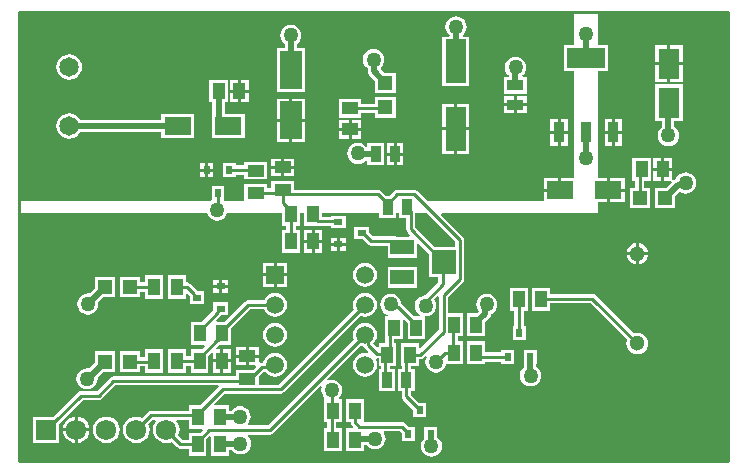
<source format=gtl>
G04*
G04 #@! TF.GenerationSoftware,Altium Limited,Altium Designer,20.2.7 (254)*
G04*
G04 Layer_Physical_Order=1*
G04 Layer_Color=255*
%FSLAX43Y43*%
%MOMM*%
G71*
G04*
G04 #@! TF.SameCoordinates,D7959DAF-34B1-44DD-8309-E4C0A0F03333*
G04*
G04*
G04 #@! TF.FilePolarity,Positive*
G04*
G01*
G75*
%ADD16C,0.254*%
%ADD17R,0.910X1.390*%
%ADD18R,2.000X1.300*%
%ADD19R,2.000X2.000*%
%ADD20R,1.200X1.200*%
%ADD21R,1.100X1.400*%
%ADD22R,2.250X1.500*%
%ADD23R,3.200X1.750*%
%ADD24R,0.950X1.750*%
%ADD25R,0.600X0.700*%
%ADD26R,1.000X1.450*%
%ADD27R,1.450X1.000*%
%ADD29R,0.737X0.559*%
%ADD30R,0.559X0.737*%
%ADD31R,1.800X3.700*%
%ADD32R,1.390X0.910*%
%ADD33R,1.800X2.600*%
%ADD34R,1.850X3.200*%
%ADD35R,1.200X1.200*%
%ADD36R,1.400X1.100*%
%ADD37R,2.300X1.550*%
%ADD62R,0.700X0.600*%
%ADD63C,0.508*%
%ADD64C,1.500*%
%ADD65R,1.500X1.500*%
%ADD66C,1.300*%
%ADD67C,1.650*%
%ADD68R,1.725X1.725*%
%ADD69C,1.725*%
%ADD70C,1.270*%
G36*
X47000Y38000D02*
Y35279D01*
X46146D01*
Y33021D01*
X47000D01*
Y23962D01*
X45902D01*
Y22958D01*
X45775D01*
Y22831D01*
X44396D01*
Y22000D01*
X34583D01*
X33708Y22875D01*
X33581Y22959D01*
X33433Y22989D01*
X32016D01*
X31867Y22959D01*
X31741Y22875D01*
X31340Y22474D01*
X31020D01*
X30621Y22873D01*
X30495Y22957D01*
X30346Y22987D01*
X23296D01*
Y23726D01*
X21338D01*
Y23096D01*
X20992D01*
Y23462D01*
X19034D01*
Y22000D01*
X17463D01*
X17355Y22045D01*
Y23290D01*
X16288D01*
Y22118D01*
X16179Y22000D01*
X0D01*
Y38000D01*
X47000Y38000D01*
D02*
G37*
G36*
X60000Y0D02*
X0D01*
Y21000D01*
X15904D01*
X15983Y20810D01*
X16125Y20625D01*
X16311Y20482D01*
X16527Y20393D01*
X16759Y20362D01*
X16991Y20393D01*
X17208Y20482D01*
X17393Y20625D01*
X17536Y20810D01*
X17615Y21000D01*
X22246D01*
Y19938D01*
X22612D01*
Y19592D01*
X22246D01*
Y17634D01*
X23754D01*
Y19592D01*
X23388D01*
Y19938D01*
X23754D01*
Y21000D01*
X24146D01*
Y19938D01*
X25235D01*
X25273Y19931D01*
X26387D01*
Y19727D01*
X27632D01*
Y20794D01*
X26387D01*
Y20708D01*
X25654D01*
Y21000D01*
X30471D01*
Y20576D01*
X31889D01*
Y21000D01*
X32111D01*
Y20576D01*
X32760D01*
Y19620D01*
X32789Y19471D01*
X32873Y19345D01*
X33082Y19137D01*
X33033Y19019D01*
X31957D01*
X31920Y19027D01*
X29910D01*
X29613Y19324D01*
Y19841D01*
X28368D01*
Y18775D01*
X29064D01*
X29475Y18364D01*
X29601Y18279D01*
X29749Y18250D01*
X31189D01*
Y17211D01*
X33697D01*
Y18356D01*
X33814Y18405D01*
X34669Y17550D01*
Y15591D01*
X35456D01*
Y15128D01*
X34385Y14057D01*
X34162Y14028D01*
X33945Y13938D01*
X33760Y13796D01*
X33617Y13610D01*
X33528Y13394D01*
X33497Y13162D01*
X33528Y12930D01*
X33617Y12713D01*
X33760Y12528D01*
X33906Y12415D01*
X33863Y12288D01*
X33425D01*
X32351Y13362D01*
X32336Y13372D01*
X32317Y13514D01*
X32228Y13730D01*
X32085Y13916D01*
X31900Y14058D01*
X31683Y14148D01*
X31451Y14178D01*
X31219Y14148D01*
X31003Y14058D01*
X30817Y13916D01*
X30675Y13730D01*
X30585Y13514D01*
X30555Y13282D01*
X30585Y13050D01*
X30675Y12833D01*
X30817Y12648D01*
X31003Y12505D01*
X31219Y12415D01*
X31219Y12415D01*
X31211Y12288D01*
X30975D01*
Y10974D01*
X30968Y10936D01*
Y9984D01*
X30414D01*
Y9681D01*
X30296Y9632D01*
X29985Y9944D01*
X29987Y9988D01*
X30148Y10197D01*
X30250Y10442D01*
X30284Y10704D01*
X30250Y10966D01*
X30148Y11210D01*
X29987Y11420D01*
X29778Y11581D01*
X29533Y11682D01*
X29271Y11716D01*
X29009Y11682D01*
X28765Y11581D01*
X28555Y11420D01*
X28394Y11210D01*
X28293Y10966D01*
X28259Y10704D01*
X28293Y10442D01*
X28342Y10324D01*
X21046Y3028D01*
X19389D01*
X19353Y3155D01*
X19479Y3318D01*
X19568Y3535D01*
X19599Y3767D01*
X19568Y3999D01*
X19479Y4215D01*
X19336Y4401D01*
X19150Y4543D01*
X18934Y4633D01*
X18702Y4663D01*
X18470Y4633D01*
X18254Y4543D01*
X18068Y4401D01*
X17971Y4274D01*
X17748D01*
Y4724D01*
X16564D01*
X16515Y4842D01*
X17387Y5713D01*
X22129D01*
X22278Y5743D01*
X22404Y5827D01*
X28891Y12314D01*
X29009Y12266D01*
X29271Y12231D01*
X29533Y12266D01*
X29778Y12367D01*
X29987Y12528D01*
X30148Y12737D01*
X30250Y12982D01*
X30284Y13244D01*
X30250Y13506D01*
X30148Y13750D01*
X29987Y13960D01*
X29778Y14121D01*
X29533Y14222D01*
X29271Y14256D01*
X29009Y14222D01*
X28765Y14121D01*
X28555Y13960D01*
X28394Y13750D01*
X28293Y13506D01*
X28259Y13244D01*
X28293Y12982D01*
X28342Y12864D01*
X21969Y6490D01*
X20296D01*
Y7188D01*
X20681Y7573D01*
X20839D01*
X20935Y7448D01*
X21145Y7287D01*
X21389Y7186D01*
X21651Y7151D01*
X21913Y7186D01*
X22158Y7287D01*
X22367Y7448D01*
X22528Y7657D01*
X22630Y7902D01*
X22664Y8164D01*
X22630Y8426D01*
X22528Y8670D01*
X22367Y8880D01*
X22158Y9041D01*
X21913Y9142D01*
X21651Y9176D01*
X21389Y9142D01*
X21145Y9041D01*
X20935Y8880D01*
X20774Y8670D01*
X20673Y8426D01*
X20663Y8350D01*
X20520D01*
X20423Y8331D01*
X20296Y8411D01*
Y8756D01*
X19444D01*
Y8129D01*
X19972D01*
X20021Y8012D01*
X19746Y7737D01*
X18338D01*
Y7198D01*
X7970D01*
X7821Y7168D01*
X7695Y7084D01*
X6560Y5949D01*
X5224D01*
X5075Y5919D01*
X4949Y5835D01*
X2882Y3768D01*
X1162D01*
Y1535D01*
X3395D01*
Y3182D01*
X5385Y5172D01*
X6721D01*
X6869Y5202D01*
X6996Y5286D01*
X8131Y6421D01*
X16816D01*
X16869Y6294D01*
X15299Y4724D01*
X14340D01*
Y4283D01*
X11142D01*
X10993Y4254D01*
X10867Y4169D01*
X10364Y3667D01*
X10190Y3739D01*
X9898Y3777D01*
X9607Y3739D01*
X9335Y3626D01*
X9102Y3448D01*
X8923Y3214D01*
X8810Y2943D01*
X8772Y2651D01*
X8810Y2360D01*
X8923Y2088D01*
X9102Y1855D01*
X9335Y1676D01*
X9607Y1563D01*
X9898Y1525D01*
X10190Y1563D01*
X10461Y1676D01*
X10694Y1855D01*
X10873Y2088D01*
X10986Y2360D01*
X11024Y2651D01*
X10986Y2943D01*
X10914Y3117D01*
X11303Y3506D01*
X11527D01*
X11590Y3379D01*
X11463Y3214D01*
X11350Y2943D01*
X11312Y2651D01*
X11350Y2360D01*
X11463Y2088D01*
X11642Y1855D01*
X11875Y1676D01*
X12147Y1563D01*
X12438Y1525D01*
X12730Y1563D01*
X12904Y1636D01*
X13373Y1167D01*
X13500Y1082D01*
X13648Y1053D01*
X14340D01*
Y462D01*
X15848D01*
Y1871D01*
X16113Y2136D01*
X16240Y2083D01*
Y462D01*
X17748D01*
Y944D01*
X18019D01*
X18092Y849D01*
X18277Y706D01*
X18494Y617D01*
X18726Y586D01*
X18958Y617D01*
X19174Y706D01*
X19360Y849D01*
X19502Y1035D01*
X19592Y1251D01*
X19622Y1483D01*
X19592Y1715D01*
X19502Y1931D01*
X19360Y2117D01*
X19342Y2131D01*
X19383Y2251D01*
X21207D01*
X21356Y2281D01*
X21482Y2365D01*
X25508Y6391D01*
X25616Y6319D01*
X25587Y6249D01*
X25556Y6017D01*
X25587Y5785D01*
X25676Y5569D01*
X25819Y5383D01*
X25840Y5367D01*
X25800Y5246D01*
X25778D01*
Y3288D01*
X26077D01*
Y2791D01*
X25778D01*
Y833D01*
X27286D01*
Y2791D01*
X26854D01*
Y3288D01*
X27286D01*
Y5246D01*
X27106D01*
X27065Y5367D01*
X27087Y5383D01*
X27229Y5569D01*
X27319Y5785D01*
X27350Y6017D01*
X27319Y6249D01*
X27229Y6466D01*
X27087Y6651D01*
X26901Y6794D01*
X26685Y6883D01*
X26453Y6914D01*
X26221Y6883D01*
X26151Y6855D01*
X26079Y6962D01*
X28891Y9774D01*
X29009Y9726D01*
X29161Y9706D01*
X29235Y9595D01*
X29570Y9259D01*
X29560Y9226D01*
X29504Y9146D01*
X29271Y9176D01*
X29009Y9142D01*
X28765Y9041D01*
X28555Y8880D01*
X28394Y8670D01*
X28293Y8426D01*
X28259Y8164D01*
X28293Y7902D01*
X28394Y7657D01*
X28555Y7448D01*
X28765Y7287D01*
X29009Y7186D01*
X29271Y7151D01*
X29533Y7186D01*
X29778Y7287D01*
X29987Y7448D01*
X30148Y7657D01*
X30250Y7902D01*
X30284Y8164D01*
X30250Y8426D01*
X30179Y8596D01*
X30271Y8707D01*
X30287Y8704D01*
X30414D01*
Y8026D01*
X30612D01*
Y7800D01*
X30421D01*
Y5902D01*
X31839D01*
Y7800D01*
X31388D01*
Y8026D01*
X31922D01*
Y9984D01*
X31745D01*
Y10330D01*
X32483D01*
Y11965D01*
X32601Y12014D01*
X32875Y11739D01*
Y10330D01*
X34383D01*
Y12256D01*
X34394Y12265D01*
X34626Y12296D01*
X34842Y12385D01*
X35028Y12528D01*
X35170Y12713D01*
X35260Y12930D01*
X35290Y13162D01*
X35260Y13394D01*
X35170Y13610D01*
X35112Y13686D01*
X35402Y13975D01*
X35529Y13922D01*
Y11135D01*
X33939Y9545D01*
X33822Y9593D01*
Y9984D01*
X32314D01*
Y8026D01*
X32382D01*
Y7800D01*
X32061D01*
Y5902D01*
X32382D01*
Y5486D01*
X32411Y5337D01*
X32495Y5211D01*
X33330Y4376D01*
Y3718D01*
X34438D01*
Y4926D01*
X33879D01*
X33158Y5646D01*
Y5902D01*
X33479D01*
Y7800D01*
X33158D01*
Y8026D01*
X33822D01*
Y8617D01*
X33949D01*
X34097Y8646D01*
X34223Y8730D01*
X34384Y8891D01*
X34492Y8819D01*
X34414Y8632D01*
X34384Y8400D01*
X34414Y8167D01*
X34504Y7951D01*
X34646Y7765D01*
X34832Y7623D01*
X35048Y7533D01*
X35280Y7503D01*
X35512Y7533D01*
X35729Y7623D01*
X35914Y7765D01*
X36057Y7951D01*
X36146Y8167D01*
X36150Y8194D01*
X37552D01*
Y10152D01*
X37151D01*
Y10559D01*
X37552D01*
Y12517D01*
X36306D01*
Y13892D01*
X37578Y15165D01*
X37663Y15291D01*
X37692Y15439D01*
Y18730D01*
X37663Y18878D01*
X37578Y19004D01*
X35700Y20883D01*
X35749Y21000D01*
X49000D01*
Y21954D01*
X49748D01*
Y22958D01*
Y23962D01*
X49000D01*
Y33021D01*
X49854D01*
Y35279D01*
X49000D01*
Y38000D01*
X60000D01*
Y0D01*
D02*
G37*
G36*
X36915Y18569D02*
Y18099D01*
X35218D01*
X33536Y19781D01*
Y21000D01*
X34484D01*
X36915Y18569D01*
D02*
G37*
G36*
X14340Y2766D02*
X15479D01*
X15528Y2649D01*
X15299Y2420D01*
X14340D01*
Y1830D01*
X13809D01*
X13454Y2185D01*
X13526Y2360D01*
X13564Y2651D01*
X13526Y2943D01*
X13413Y3214D01*
X13287Y3379D01*
X13349Y3506D01*
X14340D01*
Y2766D01*
D02*
G37*
%LPC*%
G36*
X4238Y34464D02*
X3956Y34427D01*
X3693Y34318D01*
X3468Y34145D01*
X3295Y33920D01*
X3186Y33657D01*
X3149Y33375D01*
X3186Y33094D01*
X3295Y32831D01*
X3468Y32606D01*
X3693Y32433D01*
X3956Y32324D01*
X4238Y32287D01*
X4519Y32324D01*
X4782Y32433D01*
X5007Y32606D01*
X5180Y32831D01*
X5289Y33094D01*
X5326Y33375D01*
X5289Y33657D01*
X5180Y33920D01*
X5007Y34145D01*
X4782Y34318D01*
X4519Y34427D01*
X4238Y34464D01*
D02*
G37*
G36*
X36979Y37679D02*
X36747Y37648D01*
X36531Y37559D01*
X36345Y37416D01*
X36202Y37231D01*
X36113Y37014D01*
X36082Y36782D01*
X36113Y36550D01*
X36202Y36334D01*
X36345Y36148D01*
X36433Y36081D01*
X36400Y35954D01*
X35792D01*
Y31746D01*
X38100D01*
Y35954D01*
X37558D01*
X37525Y36081D01*
X37613Y36148D01*
X37756Y36334D01*
X37845Y36550D01*
X37876Y36782D01*
X37845Y37014D01*
X37756Y37231D01*
X37613Y37416D01*
X37427Y37559D01*
X37211Y37648D01*
X36979Y37679D01*
D02*
G37*
G36*
X19425Y32294D02*
X18748D01*
Y31467D01*
X19425D01*
Y32294D01*
D02*
G37*
G36*
X18494D02*
X17817D01*
Y31467D01*
X18494D01*
Y32294D01*
D02*
G37*
G36*
X22989Y36959D02*
X22757Y36929D01*
X22540Y36839D01*
X22355Y36697D01*
X22212Y36511D01*
X22123Y36295D01*
X22092Y36063D01*
X22123Y35831D01*
X22212Y35614D01*
X22355Y35429D01*
X22471Y35339D01*
Y35004D01*
X21821D01*
Y31296D01*
X24179D01*
Y35004D01*
X23507D01*
Y35339D01*
X23623Y35429D01*
X23765Y35614D01*
X23855Y35831D01*
X23885Y36063D01*
X23855Y36295D01*
X23765Y36511D01*
X23623Y36697D01*
X23437Y36839D01*
X23221Y36929D01*
X22989Y36959D01*
D02*
G37*
G36*
X30000Y34897D02*
X29768Y34866D01*
X29552Y34777D01*
X29366Y34634D01*
X29223Y34448D01*
X29134Y34232D01*
X29103Y34000D01*
X29134Y33768D01*
X29223Y33552D01*
X29366Y33366D01*
X29482Y33277D01*
Y33050D01*
X29521Y32852D01*
X29634Y32684D01*
X30146Y32172D01*
Y31196D01*
X31854D01*
Y32904D01*
X30878D01*
X30602Y33181D01*
X30613Y33349D01*
X30634Y33366D01*
X30777Y33552D01*
X30866Y33768D01*
X30897Y34000D01*
X30866Y34232D01*
X30777Y34448D01*
X30634Y34634D01*
X30448Y34777D01*
X30232Y34866D01*
X30000Y34897D01*
D02*
G37*
G36*
X42013Y34251D02*
X41781Y34220D01*
X41565Y34131D01*
X41379Y33988D01*
X41236Y33803D01*
X41147Y33586D01*
X41116Y33354D01*
X41147Y33122D01*
X41236Y32906D01*
X41379Y32720D01*
X41463Y32656D01*
X41435Y32529D01*
X41051D01*
Y31111D01*
X42949D01*
Y32529D01*
X42606D01*
X42563Y32656D01*
X42647Y32720D01*
X42790Y32906D01*
X42879Y33122D01*
X42910Y33354D01*
X42879Y33586D01*
X42790Y33803D01*
X42647Y33988D01*
X42461Y34131D01*
X42245Y34220D01*
X42013Y34251D01*
D02*
G37*
G36*
X19425Y31213D02*
X18748D01*
Y30386D01*
X19425D01*
Y31213D01*
D02*
G37*
G36*
X18494D02*
X17817D01*
Y30386D01*
X18494D01*
Y31213D01*
D02*
G37*
G36*
X42949Y30889D02*
X42127D01*
Y30307D01*
X42949D01*
Y30889D01*
D02*
G37*
G36*
X41873D02*
X41051D01*
Y30307D01*
X41873D01*
Y30889D01*
D02*
G37*
G36*
X31854Y30804D02*
X30146D01*
Y30263D01*
X28954D01*
Y30679D01*
X27046D01*
Y29071D01*
X28954D01*
Y29487D01*
X30146D01*
Y29096D01*
X31854D01*
Y30804D01*
D02*
G37*
G36*
X42949Y30053D02*
X42127D01*
Y29471D01*
X42949D01*
Y30053D01*
D02*
G37*
G36*
X41873D02*
X41051D01*
Y29471D01*
X41873D01*
Y30053D01*
D02*
G37*
G36*
X24179Y30704D02*
X23127D01*
Y28977D01*
X24179D01*
Y30704D01*
D02*
G37*
G36*
X22873D02*
X21821D01*
Y28977D01*
X22873D01*
Y30704D01*
D02*
G37*
G36*
X38100Y30254D02*
X37073D01*
Y28277D01*
X38100D01*
Y30254D01*
D02*
G37*
G36*
X36819D02*
X35792D01*
Y28277D01*
X36819D01*
Y30254D01*
D02*
G37*
G36*
X28954Y28929D02*
X28127D01*
Y28252D01*
X28954D01*
Y28929D01*
D02*
G37*
G36*
X27873D02*
X27046D01*
Y28252D01*
X27873D01*
Y28929D01*
D02*
G37*
G36*
X46429Y28979D02*
X45827D01*
Y27977D01*
X46429D01*
Y28979D01*
D02*
G37*
G36*
X45573D02*
X44971D01*
Y27977D01*
X45573D01*
Y28979D01*
D02*
G37*
G36*
X17675Y32294D02*
X16067D01*
Y30386D01*
X16353D01*
Y29404D01*
X16293D01*
Y27346D01*
X19101D01*
Y29404D01*
X17389D01*
Y30386D01*
X17675D01*
Y32294D01*
D02*
G37*
G36*
X4238Y29464D02*
X3956Y29427D01*
X3693Y29318D01*
X3468Y29145D01*
X3295Y28920D01*
X3186Y28657D01*
X3149Y28375D01*
X3186Y28094D01*
X3295Y27831D01*
X3468Y27606D01*
X3693Y27433D01*
X3956Y27324D01*
X4238Y27287D01*
X4519Y27324D01*
X4782Y27433D01*
X5007Y27606D01*
X5180Y27831D01*
X5191Y27857D01*
X11993D01*
Y27346D01*
X14801D01*
Y29404D01*
X11993D01*
Y28893D01*
X5191D01*
X5180Y28920D01*
X5007Y29145D01*
X4782Y29318D01*
X4519Y29427D01*
X4238Y29464D01*
D02*
G37*
G36*
X28954Y27998D02*
X28127D01*
Y27321D01*
X28954D01*
Y27998D01*
D02*
G37*
G36*
X27873D02*
X27046D01*
Y27321D01*
X27873D01*
Y27998D01*
D02*
G37*
G36*
X24179Y28723D02*
X23127D01*
Y26996D01*
X24179D01*
Y28723D01*
D02*
G37*
G36*
X22873D02*
X21821D01*
Y26996D01*
X22873D01*
Y28723D01*
D02*
G37*
G36*
X46429Y27723D02*
X45827D01*
Y26721D01*
X46429D01*
Y27723D01*
D02*
G37*
G36*
X45573D02*
X44971D01*
Y26721D01*
X45573D01*
Y27723D01*
D02*
G37*
G36*
X32529Y26949D02*
X31947D01*
Y26127D01*
X32529D01*
Y26949D01*
D02*
G37*
G36*
X31693D02*
X31111D01*
Y26127D01*
X31693D01*
Y26949D01*
D02*
G37*
G36*
X38100Y28023D02*
X37073D01*
Y26046D01*
X38100D01*
Y28023D01*
D02*
G37*
G36*
X36819D02*
X35792D01*
Y26046D01*
X36819D01*
Y28023D01*
D02*
G37*
G36*
X32529Y25873D02*
X31947D01*
Y25051D01*
X32529D01*
Y25873D01*
D02*
G37*
G36*
X31693D02*
X31111D01*
Y25051D01*
X31693D01*
Y25873D01*
D02*
G37*
G36*
X28662Y26960D02*
X28430Y26930D01*
X28213Y26840D01*
X28028Y26698D01*
X27885Y26512D01*
X27796Y26296D01*
X27765Y26064D01*
X27796Y25832D01*
X27885Y25615D01*
X28028Y25430D01*
X28213Y25287D01*
X28430Y25198D01*
X28662Y25167D01*
X28894Y25198D01*
X29110Y25287D01*
X29296Y25430D01*
X29344Y25493D01*
X29471Y25473D01*
Y25051D01*
X30889D01*
Y26949D01*
X29471D01*
Y26678D01*
X29344Y26635D01*
X29296Y26698D01*
X29110Y26840D01*
X28894Y26930D01*
X28662Y26960D01*
D02*
G37*
G36*
X20992Y25362D02*
X19034D01*
Y25037D01*
X18307D01*
Y25271D01*
X17240D01*
Y24026D01*
X18307D01*
Y24260D01*
X19034D01*
Y23854D01*
X20992D01*
Y25362D01*
D02*
G37*
G36*
X23296Y25626D02*
X22444D01*
Y24999D01*
X23296D01*
Y25626D01*
D02*
G37*
G36*
X22190D02*
X21338D01*
Y24999D01*
X22190D01*
Y25626D01*
D02*
G37*
G36*
X16402Y25271D02*
X15996D01*
Y24776D01*
X16402D01*
Y25271D01*
D02*
G37*
G36*
X15742D02*
X15335D01*
Y24776D01*
X15742D01*
Y25271D01*
D02*
G37*
G36*
X23296Y24745D02*
X22444D01*
Y24118D01*
X23296D01*
Y24745D01*
D02*
G37*
G36*
X22190D02*
X21338D01*
Y24118D01*
X22190D01*
Y24745D01*
D02*
G37*
G36*
X16402Y24522D02*
X15996D01*
Y24026D01*
X16402D01*
Y24522D01*
D02*
G37*
G36*
X15742D02*
X15335D01*
Y24026D01*
X15742D01*
Y24522D01*
D02*
G37*
G36*
X45648Y23962D02*
X44396D01*
Y23085D01*
X45648D01*
Y23962D01*
D02*
G37*
G36*
X56154Y35204D02*
X55127D01*
Y33777D01*
X56154D01*
Y35204D01*
D02*
G37*
G36*
X54873D02*
X53846D01*
Y33777D01*
X54873D01*
Y35204D01*
D02*
G37*
G36*
X56154Y33523D02*
X55127D01*
Y32096D01*
X56154D01*
Y33523D01*
D02*
G37*
G36*
X54873D02*
X53846D01*
Y32096D01*
X54873D01*
Y33523D01*
D02*
G37*
G36*
X51029Y28979D02*
X50427D01*
Y27977D01*
X51029D01*
Y28979D01*
D02*
G37*
G36*
X50173D02*
X49571D01*
Y27977D01*
X50173D01*
Y28979D01*
D02*
G37*
G36*
X51029Y27723D02*
X50427D01*
Y26721D01*
X51029D01*
Y27723D01*
D02*
G37*
G36*
X50173D02*
X49571D01*
Y26721D01*
X50173D01*
Y27723D01*
D02*
G37*
G36*
X56154Y31904D02*
X53846D01*
Y28796D01*
X54433D01*
Y28312D01*
X54317Y28223D01*
X54175Y28038D01*
X54085Y27821D01*
X54055Y27589D01*
X54085Y27357D01*
X54175Y27141D01*
X54317Y26955D01*
X54503Y26813D01*
X54719Y26723D01*
X54951Y26693D01*
X55183Y26723D01*
X55400Y26813D01*
X55585Y26955D01*
X55728Y27141D01*
X55817Y27357D01*
X55848Y27589D01*
X55817Y27821D01*
X55728Y28038D01*
X55585Y28223D01*
X55469Y28312D01*
Y28796D01*
X56154D01*
Y31904D01*
D02*
G37*
G36*
X55266Y25666D02*
X54589D01*
Y24839D01*
X55266D01*
Y25666D01*
D02*
G37*
G36*
X54335D02*
X53658D01*
Y24839D01*
X54335D01*
Y25666D01*
D02*
G37*
G36*
Y24585D02*
X53658D01*
Y23758D01*
X54335D01*
Y24585D01*
D02*
G37*
G36*
X51254Y23962D02*
X50002D01*
Y23085D01*
X51254D01*
Y23962D01*
D02*
G37*
G36*
X55266Y24585D02*
X54589D01*
Y23758D01*
X55180D01*
X55233Y23631D01*
X54758Y23157D01*
X53783D01*
Y21449D01*
X55491D01*
Y22425D01*
X55900Y22834D01*
X55971Y22779D01*
X56187Y22690D01*
X56419Y22659D01*
X56651Y22690D01*
X56867Y22779D01*
X57053Y22922D01*
X57196Y23108D01*
X57285Y23324D01*
X57316Y23556D01*
X57285Y23788D01*
X57196Y24004D01*
X57053Y24190D01*
X56867Y24332D01*
X56651Y24422D01*
X56419Y24453D01*
X56187Y24422D01*
X55971Y24332D01*
X55785Y24190D01*
X55643Y24004D01*
X55599Y23899D01*
X55546Y23889D01*
X55393Y23786D01*
X55336Y23802D01*
X55266Y23844D01*
Y24585D01*
D02*
G37*
G36*
X51254Y22831D02*
X50002D01*
Y21954D01*
X51254D01*
Y22831D01*
D02*
G37*
G36*
X53516Y25666D02*
X51908D01*
Y23758D01*
X52148D01*
Y23157D01*
X51683D01*
Y21449D01*
X53391D01*
Y23157D01*
X52925D01*
Y23758D01*
X53516D01*
Y25666D01*
D02*
G37*
G36*
X25654Y19592D02*
X25027D01*
Y18740D01*
X25654D01*
Y19592D01*
D02*
G37*
G36*
X24773D02*
X24146D01*
Y18740D01*
X24773D01*
Y19592D01*
D02*
G37*
G36*
X27632Y18889D02*
X27136D01*
Y18483D01*
X27632D01*
Y18889D01*
D02*
G37*
G36*
X26882D02*
X26387D01*
Y18483D01*
X26882D01*
Y18889D01*
D02*
G37*
G36*
X27632Y18229D02*
X27136D01*
Y17822D01*
X27632D01*
Y18229D01*
D02*
G37*
G36*
X26882D02*
X26387D01*
Y17822D01*
X26882D01*
Y18229D01*
D02*
G37*
G36*
X52445Y18463D02*
Y17695D01*
X53213D01*
X53199Y17804D01*
X53108Y18024D01*
X52963Y18212D01*
X52774Y18357D01*
X52554Y18448D01*
X52445Y18463D01*
D02*
G37*
G36*
X52191D02*
X52082Y18448D01*
X51862Y18357D01*
X51673Y18212D01*
X51528Y18024D01*
X51437Y17804D01*
X51423Y17695D01*
X52191D01*
Y18463D01*
D02*
G37*
G36*
X25654Y18486D02*
X25027D01*
Y17634D01*
X25654D01*
Y18486D01*
D02*
G37*
G36*
X24773D02*
X24146D01*
Y17634D01*
X24773D01*
Y18486D01*
D02*
G37*
G36*
X53213Y17441D02*
X52445D01*
Y16673D01*
X52554Y16687D01*
X52774Y16778D01*
X52963Y16923D01*
X53108Y17112D01*
X53199Y17332D01*
X53213Y17441D01*
D02*
G37*
G36*
X52191D02*
X51423D01*
X51437Y17332D01*
X51528Y17112D01*
X51673Y16923D01*
X51862Y16778D01*
X52082Y16687D01*
X52191Y16673D01*
Y17441D01*
D02*
G37*
G36*
X22655Y16788D02*
X21778D01*
Y15911D01*
X22655D01*
Y16788D01*
D02*
G37*
G36*
X21524D02*
X20647D01*
Y15911D01*
X21524D01*
Y16788D01*
D02*
G37*
G36*
X12186Y15733D02*
X10678D01*
Y15142D01*
X10222D01*
Y15608D01*
X8514D01*
Y13900D01*
X10222D01*
Y14365D01*
X10678D01*
Y13775D01*
X12186D01*
Y15733D01*
D02*
G37*
G36*
X17648Y15354D02*
X17171D01*
Y14927D01*
X17648D01*
Y15354D01*
D02*
G37*
G36*
X16917D02*
X16440D01*
Y14927D01*
X16917D01*
Y15354D01*
D02*
G37*
G36*
X22655Y15657D02*
X21778D01*
Y14780D01*
X22655D01*
Y15657D01*
D02*
G37*
G36*
X21524D02*
X20647D01*
Y14780D01*
X21524D01*
Y15657D01*
D02*
G37*
G36*
X29271Y16796D02*
X29009Y16762D01*
X28765Y16661D01*
X28555Y16500D01*
X28394Y16290D01*
X28293Y16046D01*
X28259Y15784D01*
X28293Y15522D01*
X28394Y15277D01*
X28555Y15068D01*
X28765Y14907D01*
X29009Y14806D01*
X29271Y14771D01*
X29533Y14806D01*
X29778Y14907D01*
X29987Y15068D01*
X30148Y15277D01*
X30250Y15522D01*
X30284Y15784D01*
X30250Y16046D01*
X30148Y16290D01*
X29987Y16500D01*
X29778Y16661D01*
X29533Y16762D01*
X29271Y16796D01*
D02*
G37*
G36*
X33697Y16479D02*
X31189D01*
Y14671D01*
X33697D01*
Y16479D01*
D02*
G37*
G36*
X17648Y14673D02*
X17171D01*
Y14246D01*
X17648D01*
Y14673D01*
D02*
G37*
G36*
X16917D02*
X16440D01*
Y14246D01*
X16917D01*
Y14673D01*
D02*
G37*
G36*
X8122Y15608D02*
X6414D01*
Y14632D01*
X5963Y14181D01*
X5806Y14202D01*
X5573Y14171D01*
X5357Y14082D01*
X5172Y13939D01*
X5029Y13753D01*
X4939Y13537D01*
X4909Y13305D01*
X4939Y13073D01*
X5029Y12857D01*
X5172Y12671D01*
X5357Y12528D01*
X5573Y12439D01*
X5806Y12408D01*
X6038Y12439D01*
X6254Y12528D01*
X6440Y12671D01*
X6582Y12857D01*
X6672Y13073D01*
X6702Y13305D01*
X6685Y13438D01*
X7146Y13900D01*
X8122D01*
Y15608D01*
D02*
G37*
G36*
X14086Y15733D02*
X12578D01*
Y13775D01*
X14086D01*
Y14143D01*
X14203Y14191D01*
X14440Y13954D01*
Y13296D01*
X15648D01*
Y14404D01*
X15090D01*
X14465Y15028D01*
X14339Y15113D01*
X14190Y15142D01*
X14086D01*
Y15733D01*
D02*
G37*
G36*
X21651Y14256D02*
X21389Y14222D01*
X21145Y14121D01*
X20935Y13960D01*
X20774Y13750D01*
X20726Y13632D01*
X19351D01*
X19203Y13603D01*
X19077Y13519D01*
X17364Y11806D01*
X16729D01*
X16680Y11923D01*
X17096Y12339D01*
X17100Y12346D01*
X17648D01*
Y13454D01*
X16440D01*
Y12782D01*
X15464Y11806D01*
X14505D01*
Y9848D01*
X15680D01*
X15728Y9730D01*
X15464Y9466D01*
X14505D01*
Y8876D01*
X14086D01*
Y9466D01*
X12578D01*
Y7508D01*
X14086D01*
Y8099D01*
X14505D01*
Y7508D01*
X16013D01*
Y8917D01*
X16288Y9191D01*
X16405Y9143D01*
Y8614D01*
X17032D01*
Y9466D01*
X16729D01*
X16680Y9583D01*
X16944Y9848D01*
X17913D01*
Y11256D01*
X19512Y12855D01*
X20726D01*
X20774Y12737D01*
X20935Y12528D01*
X21145Y12367D01*
X21389Y12266D01*
X21651Y12231D01*
X21913Y12266D01*
X22158Y12367D01*
X22367Y12528D01*
X22528Y12737D01*
X22630Y12982D01*
X22664Y13244D01*
X22630Y13506D01*
X22528Y13750D01*
X22367Y13960D01*
X22158Y14121D01*
X21913Y14222D01*
X21651Y14256D01*
D02*
G37*
G36*
X39582Y14178D02*
X39350Y14148D01*
X39134Y14058D01*
X38948Y13916D01*
X38805Y13730D01*
X38716Y13514D01*
X38685Y13282D01*
X38716Y13050D01*
X38805Y12833D01*
X38906Y12703D01*
X38720Y12517D01*
X37944D01*
Y10559D01*
X39452D01*
Y11784D01*
X39802Y12134D01*
X39915Y12302D01*
X39948Y12471D01*
X40030Y12505D01*
X40216Y12648D01*
X40359Y12833D01*
X40448Y13050D01*
X40479Y13282D01*
X40448Y13514D01*
X40359Y13730D01*
X40216Y13916D01*
X40030Y14058D01*
X39814Y14148D01*
X39582Y14178D01*
D02*
G37*
G36*
X43038Y14688D02*
X41530D01*
Y12730D01*
X41926D01*
Y11432D01*
X41760D01*
Y10224D01*
X42868D01*
Y11432D01*
X42702D01*
Y12730D01*
X43038D01*
Y14688D01*
D02*
G37*
G36*
X21651Y11716D02*
X21389Y11682D01*
X21145Y11581D01*
X20935Y11420D01*
X20774Y11210D01*
X20673Y10966D01*
X20639Y10704D01*
X20673Y10442D01*
X20774Y10197D01*
X20935Y9988D01*
X21145Y9827D01*
X21389Y9726D01*
X21651Y9691D01*
X21913Y9726D01*
X22158Y9827D01*
X22367Y9988D01*
X22528Y10197D01*
X22630Y10442D01*
X22664Y10704D01*
X22630Y10966D01*
X22528Y11210D01*
X22367Y11420D01*
X22158Y11581D01*
X21913Y11682D01*
X21651Y11716D01*
D02*
G37*
G36*
X44938Y14688D02*
X43430D01*
Y12730D01*
X44938D01*
Y13368D01*
X48368D01*
X51465Y10271D01*
X51437Y10204D01*
X51406Y9968D01*
X51437Y9732D01*
X51528Y9512D01*
X51673Y9323D01*
X51862Y9178D01*
X52082Y9087D01*
X52318Y9056D01*
X52554Y9087D01*
X52774Y9178D01*
X52963Y9323D01*
X53108Y9512D01*
X53199Y9732D01*
X53230Y9968D01*
X53199Y10204D01*
X53108Y10424D01*
X52963Y10612D01*
X52774Y10757D01*
X52554Y10848D01*
X52318Y10879D01*
X52082Y10848D01*
X52015Y10820D01*
X48804Y14031D01*
X48678Y14115D01*
X48529Y14145D01*
X44938D01*
Y14688D01*
D02*
G37*
G36*
X20296Y9637D02*
X19444D01*
Y9010D01*
X20296D01*
Y9637D01*
D02*
G37*
G36*
X19190D02*
X18338D01*
Y9010D01*
X19190D01*
Y9637D01*
D02*
G37*
G36*
X12186Y9466D02*
X10678D01*
Y8826D01*
X10197D01*
Y9291D01*
X8489D01*
Y7583D01*
X10197D01*
Y8049D01*
X10678D01*
Y7508D01*
X12186D01*
Y9466D01*
D02*
G37*
G36*
X17913Y9466D02*
X17286D01*
Y8614D01*
X17913D01*
Y9466D01*
D02*
G37*
G36*
X39452Y10152D02*
X37944D01*
Y8194D01*
X39452D01*
Y8440D01*
X40810D01*
Y8224D01*
X41918D01*
Y9432D01*
X40810D01*
Y9216D01*
X39452D01*
Y10152D01*
D02*
G37*
G36*
X19190Y8756D02*
X18338D01*
Y8129D01*
X19190D01*
Y8756D01*
D02*
G37*
G36*
X8097Y9291D02*
X6389D01*
Y8316D01*
X5924Y7851D01*
X5739Y7875D01*
X5507Y7844D01*
X5291Y7755D01*
X5105Y7612D01*
X4962Y7427D01*
X4873Y7210D01*
X4842Y6978D01*
X4873Y6746D01*
X4962Y6530D01*
X5105Y6344D01*
X5291Y6202D01*
X5507Y6112D01*
X5739Y6082D01*
X5971Y6112D01*
X6187Y6202D01*
X6373Y6344D01*
X6515Y6530D01*
X6605Y6746D01*
X6636Y6978D01*
X6622Y7084D01*
X7121Y7583D01*
X8097D01*
Y9291D01*
D02*
G37*
G36*
X17913Y8360D02*
X17286D01*
Y7508D01*
X17913D01*
Y8360D01*
D02*
G37*
G36*
X17032D02*
X16405D01*
Y7508D01*
X17032D01*
Y8360D01*
D02*
G37*
G36*
X43818Y9432D02*
X42710D01*
Y8224D01*
X42746D01*
Y7941D01*
X42658Y7873D01*
X42515Y7687D01*
X42425Y7471D01*
X42395Y7239D01*
X42425Y7007D01*
X42515Y6791D01*
X42658Y6605D01*
X42843Y6463D01*
X43060Y6373D01*
X43292Y6342D01*
X43524Y6373D01*
X43740Y6463D01*
X43926Y6605D01*
X44068Y6791D01*
X44158Y7007D01*
X44188Y7239D01*
X44158Y7471D01*
X44068Y7687D01*
X43926Y7873D01*
X43782Y7983D01*
Y8224D01*
X43818D01*
Y9432D01*
D02*
G37*
G36*
X4945Y3761D02*
Y2778D01*
X5928D01*
X5906Y2943D01*
X5793Y3214D01*
X5614Y3448D01*
X5381Y3626D01*
X5110Y3739D01*
X4945Y3761D01*
D02*
G37*
G36*
X4691D02*
X4527Y3739D01*
X4255Y3626D01*
X4022Y3448D01*
X3843Y3214D01*
X3730Y2943D01*
X3709Y2778D01*
X4691D01*
Y3761D01*
D02*
G37*
G36*
X29186Y5246D02*
X27678D01*
Y3288D01*
X28046D01*
X28073Y3154D01*
X28157Y3028D01*
X28277Y2908D01*
X28229Y2791D01*
X27678D01*
Y833D01*
X29186D01*
Y1348D01*
X29428D01*
X29476Y1285D01*
X29661Y1143D01*
X29878Y1053D01*
X30110Y1022D01*
X30342Y1053D01*
X30558Y1143D01*
X30744Y1285D01*
X30886Y1471D01*
X30976Y1687D01*
X31006Y1919D01*
X30976Y2151D01*
X30886Y2367D01*
X30836Y2433D01*
X30892Y2547D01*
X32210D01*
X32380Y2376D01*
Y1718D01*
X33488D01*
Y2926D01*
X32929D01*
X32645Y3210D01*
X32519Y3294D01*
X32370Y3324D01*
X29186D01*
Y5246D01*
D02*
G37*
G36*
X5928Y2524D02*
X4945D01*
Y1542D01*
X5110Y1563D01*
X5381Y1676D01*
X5614Y1855D01*
X5793Y2088D01*
X5906Y2360D01*
X5928Y2524D01*
D02*
G37*
G36*
X4691D02*
X3709D01*
X3730Y2360D01*
X3843Y2088D01*
X4022Y1855D01*
X4255Y1676D01*
X4527Y1563D01*
X4691Y1542D01*
Y2524D01*
D02*
G37*
G36*
X7358Y3777D02*
X7067Y3739D01*
X6795Y3626D01*
X6562Y3448D01*
X6383Y3214D01*
X6270Y2943D01*
X6232Y2651D01*
X6270Y2360D01*
X6383Y2088D01*
X6562Y1855D01*
X6795Y1676D01*
X7067Y1563D01*
X7358Y1525D01*
X7650Y1563D01*
X7921Y1676D01*
X8154Y1855D01*
X8333Y2088D01*
X8446Y2360D01*
X8484Y2651D01*
X8446Y2943D01*
X8333Y3214D01*
X8154Y3448D01*
X7921Y3626D01*
X7650Y3739D01*
X7358Y3777D01*
D02*
G37*
G36*
X35388Y2926D02*
X34280D01*
Y1940D01*
X34253Y1920D01*
X34110Y1734D01*
X34021Y1518D01*
X33990Y1286D01*
X34021Y1054D01*
X34110Y837D01*
X34253Y652D01*
X34439Y509D01*
X34655Y420D01*
X34887Y389D01*
X35119Y420D01*
X35335Y509D01*
X35521Y652D01*
X35663Y837D01*
X35753Y1054D01*
X35784Y1286D01*
X35753Y1518D01*
X35663Y1734D01*
X35521Y1920D01*
X35388Y2022D01*
Y2926D01*
D02*
G37*
%LPD*%
D16*
X44184Y13709D02*
X44232Y13757D01*
X48529D01*
X52318Y9968D01*
X42284Y13709D02*
X42314Y13679D01*
Y10828D02*
Y13679D01*
X34394Y13162D02*
Y13516D01*
X35845Y14967D01*
X32820Y21525D02*
X33148Y21197D01*
Y19620D02*
Y21197D01*
Y19620D02*
X35884Y16884D01*
Y16634D02*
Y16884D01*
X35845Y14967D02*
Y16634D01*
Y16767D01*
X31180Y21525D02*
Y21765D01*
X30346Y22599D02*
X31180Y21765D01*
X22690Y22599D02*
X30346D01*
X22317Y22972D02*
X22690Y22599D01*
X21449Y7962D02*
X21651Y8164D01*
X20520Y7962D02*
X21449D01*
X19542Y6983D02*
X20520Y7962D01*
X19317Y6983D02*
X19542D01*
X31180Y21525D02*
Y21765D01*
X32016Y22601D01*
X33433D01*
X37304Y18730D01*
Y15439D02*
Y18730D01*
X35917Y14053D02*
X37304Y15439D01*
X35917Y10974D02*
Y14053D01*
X33949Y9005D02*
X35917Y10974D01*
X33068Y9005D02*
X33949D01*
X29271Y10704D02*
X29510Y10465D01*
Y9869D02*
Y10465D01*
Y9869D02*
X30287Y9092D01*
X31081D02*
X31168Y9005D01*
X30287Y9092D02*
X31081D01*
X31920Y18638D02*
X32443Y18115D01*
X29749Y18638D02*
X31920D01*
X29080Y19308D02*
X29749Y18638D01*
X28991Y19308D02*
X29080D01*
X21207Y2639D02*
X29271Y10704D01*
X16068Y2639D02*
X21207D01*
X15094Y1666D02*
X16068Y2639D01*
X15094Y1441D02*
Y1666D01*
X22129Y6102D02*
X29271Y13244D01*
X17226Y6102D02*
X22129D01*
X15094Y3970D02*
X17226Y6102D01*
X15094Y3745D02*
Y3970D01*
X19351Y13244D02*
X21651D01*
X17159Y11052D02*
X19351Y13244D01*
X31451Y13282D02*
X31646Y13087D01*
X32077D01*
X33629Y11534D01*
Y11309D02*
Y11534D01*
X32770Y5486D02*
Y6851D01*
Y8707D01*
X33068Y9005D01*
X31356Y10936D02*
X31729Y11309D01*
X31356Y9194D02*
Y10936D01*
X31168Y9005D02*
X31356Y9194D01*
X32770Y5486D02*
X33884Y4372D01*
Y4322D02*
Y4372D01*
X31000Y8837D02*
X31168Y9005D01*
X31000Y6981D02*
Y8837D01*
Y6981D02*
X31130Y6851D01*
X28800Y2935D02*
X32370D01*
X32934Y2372D01*
Y2322D02*
Y2372D01*
X28432Y3303D02*
Y4267D01*
Y3303D02*
X28800Y2935D01*
X35845Y16767D02*
X35923Y16845D01*
X36762Y9173D02*
Y11502D01*
X36798Y11538D01*
X36054Y9173D02*
X36798D01*
X35280Y8400D02*
X35984Y9103D01*
X36054Y9173D01*
X38698D02*
X39043Y8828D01*
X41364D01*
X16790Y22636D02*
X16821Y22667D01*
X16790Y21290D02*
Y22636D01*
X16759Y21259D02*
X16790Y21290D01*
X9368Y14754D02*
X11432D01*
X23000Y18613D02*
Y20917D01*
Y21142D01*
X26465Y1879D02*
Y4267D01*
Y1879D02*
X26532Y1812D01*
X26465Y4267D02*
X26506Y4308D01*
X26453Y4520D02*
Y6017D01*
Y4520D02*
X26486Y4486D01*
X26407Y4407D02*
X26486Y4486D01*
X22317Y21825D02*
Y22972D01*
Y21825D02*
X23000Y21142D01*
X24900Y20692D02*
Y20917D01*
Y20692D02*
X25273Y20319D01*
X26951D01*
X27009Y20261D01*
X22053Y22708D02*
X22317Y22972D01*
X20013Y22708D02*
X22053D01*
X17159Y10602D02*
Y11052D01*
X26407Y4407D02*
X26506Y4308D01*
X13648Y1441D02*
X15094D01*
X12438Y2651D02*
X13648Y1441D01*
X14945Y3895D02*
X15094Y3745D01*
X11142Y3895D02*
X14945D01*
X9898Y2651D02*
X11142Y3895D01*
X5224Y5561D02*
X6721D01*
X3050Y3387D02*
X5224Y5561D01*
X6721D02*
X7970Y6810D01*
X2278Y2651D02*
X3014Y3387D01*
X3050D01*
X7970Y6810D02*
X19143D01*
X19351Y7017D01*
X52537Y22303D02*
Y24537D01*
X52712Y24712D01*
X14821Y14023D02*
Y14123D01*
X13332Y14754D02*
X14190D01*
X14821Y14123D01*
Y14023D02*
X14994Y13850D01*
X15044D01*
X15259Y10827D02*
Y11052D01*
X16821Y12614D01*
Y12727D01*
X16994Y12900D01*
X17044D01*
X15259Y8487D02*
Y8712D01*
X16776Y10229D01*
X16786D01*
X17159Y10602D01*
X13332Y8487D02*
X15259D01*
X15259Y8487D01*
X9343Y8437D02*
X11382D01*
X11432Y8487D01*
X17774Y24649D02*
X19972D01*
X20013Y24608D01*
X28000Y29875D02*
X30925D01*
X31000Y29950D01*
X60000Y0D02*
Y38000D01*
X0D02*
X60000D01*
X0Y0D02*
X60000D01*
X0D02*
Y38000D01*
D17*
X31180Y21525D02*
D03*
X32820D02*
D03*
X31820Y26000D02*
D03*
X30180D02*
D03*
X31130Y6851D02*
D03*
X32770D02*
D03*
D18*
X32443Y15575D02*
D03*
Y18115D02*
D03*
D19*
X35923Y16845D02*
D03*
D20*
X54637Y22303D02*
D03*
X52537D02*
D03*
X9368Y14754D02*
D03*
X7268D02*
D03*
X9343Y8437D02*
D03*
X7243D02*
D03*
D21*
X54462Y24712D02*
D03*
X52712D02*
D03*
X16871Y31340D02*
D03*
X18621D02*
D03*
D22*
X49875Y22958D02*
D03*
X45775D02*
D03*
D23*
X48000Y34150D02*
D03*
D24*
X50300Y27850D02*
D03*
X48000D02*
D03*
X45700D02*
D03*
D25*
X32934Y2322D02*
D03*
X34834D02*
D03*
X33884Y4322D02*
D03*
X41364Y8828D02*
D03*
X43264D02*
D03*
X42314Y10828D02*
D03*
D26*
X15094Y3745D02*
D03*
X16994D02*
D03*
X13332Y14754D02*
D03*
X11432D02*
D03*
X15259Y8487D02*
D03*
X17159D02*
D03*
X26532Y1812D02*
D03*
X28432D02*
D03*
X42284Y13709D02*
D03*
X44184D02*
D03*
X33629Y11309D02*
D03*
X31729D02*
D03*
X16994Y1441D02*
D03*
X15094D02*
D03*
X13332Y8487D02*
D03*
X11432D02*
D03*
X17159Y10827D02*
D03*
X15259D02*
D03*
X26532Y4267D02*
D03*
X28432D02*
D03*
X38698Y11538D02*
D03*
X36798D02*
D03*
X24900Y18613D02*
D03*
X23000D02*
D03*
Y20917D02*
D03*
X24900D02*
D03*
X38698Y9173D02*
D03*
X36798D02*
D03*
X33068Y9005D02*
D03*
X31168D02*
D03*
D27*
X20013Y22708D02*
D03*
Y24608D02*
D03*
X19317Y6983D02*
D03*
Y8883D02*
D03*
X22317Y24872D02*
D03*
Y22972D02*
D03*
D29*
X28991Y19308D02*
D03*
X27009Y18356D02*
D03*
Y20261D02*
D03*
D30*
X16821Y22667D02*
D03*
X15869Y24649D02*
D03*
X17774D02*
D03*
D31*
X36946Y28150D02*
D03*
Y33850D02*
D03*
D32*
X42000Y30180D02*
D03*
Y31820D02*
D03*
D33*
X55000Y33650D02*
D03*
Y30350D02*
D03*
D34*
X23000Y28850D02*
D03*
Y33150D02*
D03*
D35*
X31000Y29950D02*
D03*
Y32050D02*
D03*
D36*
X28000Y29875D02*
D03*
Y28125D02*
D03*
D37*
X17697Y28375D02*
D03*
X13397D02*
D03*
D62*
X15044Y13850D02*
D03*
X17044Y12900D02*
D03*
Y14800D02*
D03*
D63*
X43264Y7267D02*
Y8828D01*
Y7267D02*
X43292Y7239D01*
X54951Y30301D02*
X55000Y30350D01*
X54951Y27589D02*
Y30301D01*
X34834Y1339D02*
Y2322D01*
Y1339D02*
X34887Y1286D01*
X39436Y13136D02*
X39582Y13282D01*
X39436Y12501D02*
Y13136D01*
X38698Y11763D02*
X39436Y12501D01*
X38698Y11538D02*
Y11763D01*
X30056Y1865D02*
X30110Y1919D01*
X28486Y1865D02*
X30056D01*
X28432Y1812D02*
X28486Y1865D01*
X16994Y1441D02*
X17015Y1462D01*
X18705D01*
X18726Y1483D01*
X16994Y3745D02*
X17005Y3756D01*
X18691D01*
X18702Y3767D01*
X54637Y22303D02*
X55744Y23410D01*
X56273D01*
X56419Y23556D01*
X5784Y6978D02*
X7243Y8437D01*
X5739Y6978D02*
X5784D01*
X5819Y13305D02*
X7268Y14754D01*
X5806Y13305D02*
X5819D01*
X47991Y25700D02*
X47995Y25705D01*
Y27845D01*
X48000Y27850D01*
X48003Y34153D02*
Y36201D01*
X48000Y34150D02*
X48003Y34153D01*
X42000Y31820D02*
X42006Y31826D01*
Y33348D01*
X42013Y33354D01*
X30148Y26032D02*
X30180Y26000D01*
X28694Y26032D02*
X30148D01*
X28662Y26064D02*
X28694Y26032D01*
X36946Y33850D02*
X36979Y33883D01*
Y36782D01*
X30000Y33050D02*
X31000Y32050D01*
X30000Y33050D02*
Y34000D01*
X16871Y28896D02*
Y31340D01*
Y28896D02*
X17392Y28375D01*
X17697D01*
X4238D02*
X13397D01*
X22989Y33161D02*
X23000Y33150D01*
X22989Y33161D02*
Y36063D01*
D64*
X29271Y8164D02*
D03*
Y10704D02*
D03*
Y13244D02*
D03*
Y15784D02*
D03*
X21651Y8164D02*
D03*
Y10704D02*
D03*
Y13244D02*
D03*
D65*
Y15784D02*
D03*
D66*
X52318Y17568D02*
D03*
Y9968D02*
D03*
D67*
X4238Y28375D02*
D03*
Y33375D02*
D03*
D68*
X2278Y2651D02*
D03*
D69*
X4818D02*
D03*
X7358D02*
D03*
X9898D02*
D03*
X12438D02*
D03*
D70*
X43292Y7239D02*
D03*
X54951Y27589D02*
D03*
X34394Y13162D02*
D03*
X31451Y13282D02*
D03*
X39582Y13282D02*
D03*
X16759Y21259D02*
D03*
X35280Y8400D02*
D03*
X34887Y1286D02*
D03*
X30110Y1919D02*
D03*
X26453Y6017D02*
D03*
X18726Y1483D02*
D03*
X18702Y3767D02*
D03*
X56419Y23556D02*
D03*
X5739Y6978D02*
D03*
X5806Y13305D02*
D03*
X47991Y25700D02*
D03*
X48003Y36201D02*
D03*
X42013Y33354D02*
D03*
X28662Y26064D02*
D03*
X36979Y36782D02*
D03*
X30000Y34000D02*
D03*
X22989Y36063D02*
D03*
M02*

</source>
